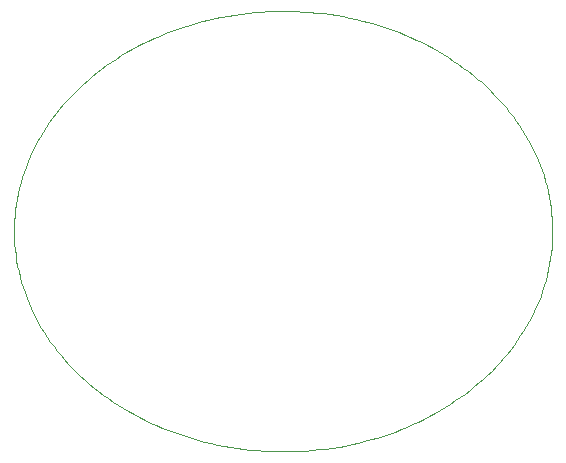
<source format=gm1>
G04 #@! TF.FileFunction,Profile,NP*
%FSLAX46Y46*%
G04 Gerber Fmt 4.6, Leading zero omitted, Abs format (unit mm)*
G04 Created by KiCad (PCBNEW 4.0.4-stable) date Thursday, 03 '03e' November '03e' 2016, 09:15:18*
%MOMM*%
%LPD*%
G01*
G04 APERTURE LIST*
%ADD10C,0.100000*%
G04 APERTURE END LIST*
D10*
X102282907Y-129807231D02*
X102272793Y-129326211D01*
X102307761Y-130285197D02*
X102282907Y-129807231D01*
X102347176Y-130759965D02*
X102307761Y-130285197D01*
X102400973Y-131231388D02*
X102347176Y-130759965D01*
X102468972Y-131699320D02*
X102400973Y-131231388D01*
X102550993Y-132163616D02*
X102468972Y-131699320D01*
X102646857Y-132624130D02*
X102550993Y-132163616D01*
X102756384Y-133080717D02*
X102646857Y-132624130D01*
X102879395Y-133533230D02*
X102756384Y-133080717D01*
X103015710Y-133981523D02*
X102879395Y-133533230D01*
X103165149Y-134425452D02*
X103015710Y-133981523D01*
X103327532Y-134864871D02*
X103165149Y-134425452D01*
X103502682Y-135299633D02*
X103327532Y-134864871D01*
X103690416Y-135729593D02*
X103502682Y-135299633D01*
X103890557Y-136154605D02*
X103690416Y-135729593D01*
X104102924Y-136574524D02*
X103890557Y-136154605D01*
X104327338Y-136989203D02*
X104102924Y-136574524D01*
X104563619Y-137398497D02*
X104327338Y-136989203D01*
X104811588Y-137802261D02*
X104563619Y-137398497D01*
X105071065Y-138200348D02*
X104811588Y-137802261D01*
X105341870Y-138592613D02*
X105071065Y-138200348D01*
X105623824Y-138978910D02*
X105341870Y-138592613D01*
X105916748Y-139359094D02*
X105623824Y-138978910D01*
X106220461Y-139733018D02*
X105916748Y-139359094D01*
X106534784Y-140100537D02*
X106220461Y-139733018D01*
X106859537Y-140461505D02*
X106534784Y-140100537D01*
X107194542Y-140815776D02*
X106859537Y-140461505D01*
X107539617Y-141163205D02*
X107194542Y-140815776D01*
X107894585Y-141503647D02*
X107539617Y-141163205D01*
X108259264Y-141836954D02*
X107894585Y-141503647D01*
X108633476Y-142162982D02*
X108259264Y-141836954D01*
X109017041Y-142481584D02*
X108633476Y-142162982D01*
X109409779Y-142792616D02*
X109017041Y-142481584D01*
X109811511Y-143095931D02*
X109409779Y-142792616D01*
X110222057Y-143391383D02*
X109811511Y-143095931D01*
X110641237Y-143678827D02*
X110222057Y-143391383D01*
X111068873Y-143958118D02*
X110641237Y-143678827D01*
X111504784Y-144229109D02*
X111068873Y-143958118D01*
X111948790Y-144491654D02*
X111504784Y-144229109D01*
X112400713Y-144745608D02*
X111948790Y-144491654D01*
X112860372Y-144990826D02*
X112400713Y-144745608D01*
X113327588Y-145227160D02*
X112860372Y-144990826D01*
X113802181Y-145454467D02*
X113327588Y-145227160D01*
X114283973Y-145672600D02*
X113802181Y-145454467D01*
X114772782Y-145881412D02*
X114283973Y-145672600D01*
X115268430Y-146080760D02*
X114772782Y-145881412D01*
X115770737Y-146270496D02*
X115268430Y-146080760D01*
X116279523Y-146450475D02*
X115770737Y-146270496D01*
X116794609Y-146620551D02*
X116279523Y-146450475D01*
X117315816Y-146780579D02*
X116794609Y-146620551D01*
X117842963Y-146930413D02*
X117315816Y-146780579D01*
X118375870Y-147069907D02*
X117842963Y-146930413D01*
X118914360Y-147198916D02*
X118375870Y-147069907D01*
X119458251Y-147317293D02*
X118914360Y-147198916D01*
X120007364Y-147424893D02*
X119458251Y-147317293D01*
X120561520Y-147521570D02*
X120007364Y-147424893D01*
X121120539Y-147607178D02*
X120561520Y-147521570D01*
X121684241Y-147681573D02*
X121120539Y-147607178D01*
X122252448Y-147744607D02*
X121684241Y-147681573D01*
X122824978Y-147796135D02*
X122252448Y-147744607D01*
X123401653Y-147836013D02*
X122824978Y-147796135D01*
X123982293Y-147864093D02*
X123401653Y-147836013D01*
X124566719Y-147880229D02*
X123982293Y-147864093D01*
X125154751Y-147884278D02*
X124566719Y-147880229D01*
X125742796Y-147876146D02*
X125154751Y-147884278D01*
X126327110Y-147855948D02*
X125742796Y-147876146D01*
X126907515Y-147823830D02*
X126327110Y-147855948D01*
X127483832Y-147779940D02*
X126907515Y-147823830D01*
X128055883Y-147724425D02*
X127483832Y-147779940D01*
X128623490Y-147657432D02*
X128055883Y-147724425D01*
X129186475Y-147579107D02*
X128623490Y-147657432D01*
X129744658Y-147489598D02*
X129186475Y-147579107D01*
X130297864Y-147389052D02*
X129744658Y-147489598D01*
X130845912Y-147277616D02*
X130297864Y-147389052D01*
X131388624Y-147155436D02*
X130845912Y-147277616D01*
X131925824Y-147022660D02*
X131388624Y-147155436D01*
X132457331Y-146879435D02*
X131925824Y-147022660D01*
X132982969Y-146725908D02*
X132457331Y-146879435D01*
X133502558Y-146562225D02*
X132982969Y-146725908D01*
X134015922Y-146388535D02*
X133502558Y-146562225D01*
X134522880Y-146204983D02*
X134015922Y-146388535D01*
X135023256Y-146011716D02*
X134522880Y-146204983D01*
X135516871Y-145808883D02*
X135023256Y-146011716D01*
X136003547Y-145596629D02*
X135516871Y-145808883D01*
X136483105Y-145375103D02*
X136003547Y-145596629D01*
X136955368Y-145144450D02*
X136483105Y-145375103D01*
X137420156Y-144904818D02*
X136955368Y-145144450D01*
X137877293Y-144656354D02*
X137420156Y-144904818D01*
X138326599Y-144399204D02*
X137877293Y-144656354D01*
X138767897Y-144133517D02*
X138326599Y-144399204D01*
X139201009Y-143859438D02*
X138767897Y-144133517D01*
X139625755Y-143577115D02*
X139201009Y-143859438D01*
X140041958Y-143286695D02*
X139625755Y-143577115D01*
X140449439Y-142988325D02*
X140041958Y-143286695D01*
X140848022Y-142682152D02*
X140449439Y-142988325D01*
X141237526Y-142368323D02*
X140848022Y-142682152D01*
X141617774Y-142046985D02*
X141237526Y-142368323D01*
X141988588Y-141718284D02*
X141617774Y-142046985D01*
X142349790Y-141382369D02*
X141988588Y-141718284D01*
X142701201Y-141039385D02*
X142349790Y-141382369D01*
X143042643Y-140689481D02*
X142701201Y-141039385D01*
X143373937Y-140332802D02*
X143042643Y-140689481D01*
X143694907Y-139969496D02*
X143373937Y-140332802D01*
X144005373Y-139599711D02*
X143694907Y-139969496D01*
X144305157Y-139223592D02*
X144005373Y-139599711D01*
X144594081Y-138841287D02*
X144305157Y-139223592D01*
X144871968Y-138452943D02*
X144594081Y-138841287D01*
X145138637Y-138058707D02*
X144871968Y-138452943D01*
X145393912Y-137658726D02*
X145138637Y-138058707D01*
X145637614Y-137253147D02*
X145393912Y-137658726D01*
X145869566Y-136842117D02*
X145637614Y-137253147D01*
X146089587Y-136425784D02*
X145869566Y-136842117D01*
X146297502Y-136004293D02*
X146089587Y-136425784D01*
X146493130Y-135577792D02*
X146297502Y-136004293D01*
X146676295Y-135146428D02*
X146493130Y-135577792D01*
X146846818Y-134710348D02*
X146676295Y-135146428D01*
X147004520Y-134269699D02*
X146846818Y-134710348D01*
X147149224Y-133824629D02*
X147004520Y-134269699D01*
X147280750Y-133375283D02*
X147149224Y-133824629D01*
X147398922Y-132921809D02*
X147280750Y-133375283D01*
X147503561Y-132464355D02*
X147398922Y-132921809D01*
X147594488Y-132003066D02*
X147503561Y-132464355D01*
X147671525Y-131538091D02*
X147594488Y-132003066D01*
X147734495Y-131069576D02*
X147671525Y-131538091D01*
X147783219Y-130597668D02*
X147734495Y-131069576D01*
X147817518Y-130122514D02*
X147783219Y-130597668D01*
X147837214Y-129644261D02*
X147817518Y-130122514D01*
X147842130Y-129163056D02*
X147837214Y-129644261D01*
X147832178Y-128681878D02*
X147842130Y-129163056D01*
X147807480Y-128203756D02*
X147832178Y-128681878D01*
X147768213Y-127728835D02*
X147807480Y-128203756D01*
X147714559Y-127257262D02*
X147768213Y-127728835D01*
X147646697Y-126789183D02*
X147714559Y-127257262D01*
X147564806Y-126324742D02*
X147646697Y-126789183D01*
X147469067Y-125864086D02*
X147564806Y-126324742D01*
X147359659Y-125407360D02*
X147469067Y-125864086D01*
X147236761Y-124954710D02*
X147359659Y-125407360D01*
X147100554Y-124506282D02*
X147236761Y-124954710D01*
X146951217Y-124062222D02*
X147100554Y-124506282D01*
X146788929Y-123622675D02*
X146951217Y-124062222D01*
X146613871Y-123187787D02*
X146788929Y-123622675D01*
X146426221Y-122757703D02*
X146613871Y-123187787D01*
X146226161Y-122332570D02*
X146426221Y-122757703D01*
X146013869Y-121912534D02*
X146226161Y-122332570D01*
X145789525Y-121497739D02*
X146013869Y-121912534D01*
X145553308Y-121088331D02*
X145789525Y-121497739D01*
X145305400Y-120684457D02*
X145553308Y-121088331D01*
X145045978Y-120286263D02*
X145305400Y-120684457D01*
X144775223Y-119893892D02*
X145045978Y-120286263D01*
X144493314Y-119507493D02*
X144775223Y-119893892D01*
X144200432Y-119127209D02*
X144493314Y-119507493D01*
X143896755Y-118753188D02*
X144200432Y-119127209D01*
X143582464Y-118385574D02*
X143896755Y-118753188D01*
X143257738Y-118024514D02*
X143582464Y-118385574D01*
X142922757Y-117670152D02*
X143257738Y-118024514D01*
X142577701Y-117322636D02*
X142922757Y-117670152D01*
X142222748Y-116982110D02*
X142577701Y-117322636D01*
X141858080Y-116648721D02*
X142222748Y-116982110D01*
X141483875Y-116322613D02*
X141858080Y-116648721D01*
X141100313Y-116003933D02*
X141483875Y-116322613D01*
X140707575Y-115692827D02*
X141100313Y-116003933D01*
X140305838Y-115389440D02*
X140707575Y-115692827D01*
X139895285Y-115093918D02*
X140305838Y-115389440D01*
X139476093Y-114806406D02*
X139895285Y-115093918D01*
X139048442Y-114527051D02*
X139476093Y-114806406D01*
X138612513Y-114255998D02*
X139048442Y-114527051D01*
X138168485Y-113993393D02*
X138612513Y-114255998D01*
X137716538Y-113739381D02*
X138168485Y-113993393D01*
X137256851Y-113494108D02*
X137716538Y-113739381D01*
X136789604Y-113257721D02*
X137256851Y-113494108D01*
X136314977Y-113030364D02*
X136789604Y-113257721D01*
X135833149Y-112812184D02*
X136314977Y-113030364D01*
X135344300Y-112603326D02*
X135833149Y-112812184D01*
X134848610Y-112403935D02*
X135344300Y-112603326D01*
X134346258Y-112214159D02*
X134848610Y-112403935D01*
X133837424Y-112034141D02*
X134346258Y-112214159D01*
X133322288Y-111864029D02*
X133837424Y-112034141D01*
X132801030Y-111703968D02*
X133322288Y-111864029D01*
X132273828Y-111554103D02*
X132801030Y-111703968D01*
X131740864Y-111414580D02*
X132273828Y-111554103D01*
X131202316Y-111285545D02*
X131740864Y-111414580D01*
X130658364Y-111167144D02*
X131202316Y-111285545D01*
X130109188Y-111059522D02*
X130658364Y-111167144D01*
X129554967Y-110962826D02*
X130109188Y-111059522D01*
X128995882Y-110877200D02*
X129554967Y-110962826D01*
X128432111Y-110802791D02*
X128995882Y-110877200D01*
X127863835Y-110739744D02*
X128432111Y-110802791D01*
X127291233Y-110688205D02*
X127863835Y-110739744D01*
X126714485Y-110648320D02*
X127291233Y-110688205D01*
X126133771Y-110620235D02*
X126714485Y-110648320D01*
X125549270Y-110604094D02*
X126133771Y-110620235D01*
X124961162Y-110600045D02*
X125549270Y-110604094D01*
X124373096Y-110608177D02*
X124961162Y-110600045D01*
X123788762Y-110628377D02*
X124373096Y-110608177D01*
X123208337Y-110660496D02*
X123788762Y-110628377D01*
X122632001Y-110704388D02*
X123208337Y-110660496D01*
X122059932Y-110759907D02*
X122632001Y-110704388D01*
X121492307Y-110826904D02*
X122059932Y-110759907D01*
X120929304Y-110905233D02*
X121492307Y-110826904D01*
X120371103Y-110994746D02*
X120929304Y-110905233D01*
X119817881Y-111095298D02*
X120371103Y-110994746D01*
X119269816Y-111206740D02*
X119817881Y-111095298D01*
X118727087Y-111328926D02*
X119269816Y-111206740D01*
X118189872Y-111461708D02*
X118727087Y-111328926D01*
X117658349Y-111604940D02*
X118189872Y-111461708D01*
X117132695Y-111758474D02*
X117658349Y-111604940D01*
X116613091Y-111922164D02*
X117132695Y-111758474D01*
X116099712Y-112095862D02*
X116613091Y-111922164D01*
X115592739Y-112279421D02*
X116099712Y-112095862D01*
X115092349Y-112472695D02*
X115592739Y-112279421D01*
X114598720Y-112675536D02*
X115092349Y-112472695D01*
X114112030Y-112887797D02*
X114598720Y-112675536D01*
X113632458Y-113109331D02*
X114112030Y-112887797D01*
X113160181Y-113339992D02*
X113632458Y-113109331D01*
X112695379Y-113579631D02*
X113160181Y-113339992D01*
X112238229Y-113828102D02*
X112695379Y-113579631D01*
X111788909Y-114085259D02*
X112238229Y-113828102D01*
X111347598Y-114350953D02*
X111788909Y-114085259D01*
X110914474Y-114625038D02*
X111347598Y-114350953D01*
X110489715Y-114907366D02*
X110914474Y-114625038D01*
X110073499Y-115197792D02*
X110489715Y-114907366D01*
X109666004Y-115496167D02*
X110073499Y-115197792D01*
X109267409Y-115802345D02*
X109666004Y-115496167D01*
X108877892Y-116116178D02*
X109267409Y-115802345D01*
X108497631Y-116437520D02*
X108877892Y-116116178D01*
X108126804Y-116766223D02*
X108497631Y-116437520D01*
X107765589Y-117102141D02*
X108126804Y-116766223D01*
X107414166Y-117445126D02*
X107765589Y-117102141D01*
X107072711Y-117795032D02*
X107414166Y-117445126D01*
X106741403Y-118151711D02*
X107072711Y-117795032D01*
X106420420Y-118515016D02*
X106741403Y-118151711D01*
X106109941Y-118884800D02*
X106420420Y-118515016D01*
X105810143Y-119260916D02*
X106109941Y-118884800D01*
X105521205Y-119643218D02*
X105810143Y-119260916D01*
X105243305Y-120031557D02*
X105521205Y-119643218D01*
X104976622Y-120425788D02*
X105243305Y-120031557D01*
X104721333Y-120825762D02*
X104976622Y-120425788D01*
X104477616Y-121231333D02*
X104721333Y-120825762D01*
X104245651Y-121642354D02*
X104477616Y-121231333D01*
X104025614Y-122058678D02*
X104245651Y-121642354D01*
X103817685Y-122480158D02*
X104025614Y-122058678D01*
X103622041Y-122906646D02*
X103817685Y-122480158D01*
X103438861Y-123337996D02*
X103622041Y-122906646D01*
X103268323Y-123774061D02*
X103438861Y-123337996D01*
X103110604Y-124214693D02*
X103268323Y-123774061D01*
X102965884Y-124659745D02*
X103110604Y-124214693D01*
X102834341Y-125109071D02*
X102965884Y-124659745D01*
X102716152Y-125562524D02*
X102834341Y-125109071D01*
X102611496Y-126019956D02*
X102716152Y-125562524D01*
X102520551Y-126481220D02*
X102611496Y-126019956D01*
X102443495Y-126946169D02*
X102520551Y-126481220D01*
X102380507Y-127414656D02*
X102443495Y-126946169D01*
X102331765Y-127886535D02*
X102380507Y-127414656D01*
X102297446Y-128361658D02*
X102331765Y-127886535D01*
X102277729Y-128839877D02*
X102297446Y-128361658D01*
X102272793Y-129321047D02*
X102277729Y-128839877D01*
M02*

</source>
